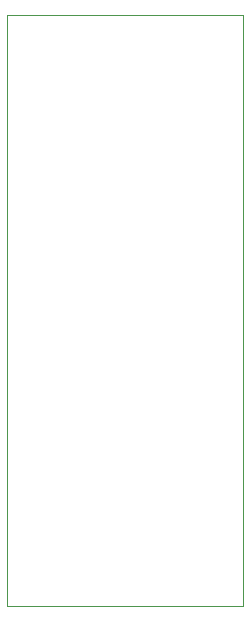
<source format=gbr>
%FSLAX36Y36*%
G04 Gerber Fmt 3.6, Leading zero omitted, Abs format (unit inch)*
G04 Created by KiCad (PCBNEW (2014-jul-16 BZR unknown)-product) date Sun 25 Jan 2015 06:12:40 PM PST*
%MOIN*%
G01*
G04 APERTURE LIST*
%ADD10C,0.003937*%
G04 APERTURE END LIST*
D10*
X3937008Y-3937008D02*
X3937008Y-1968504D01*
X4724409Y-3937008D02*
X3937008Y-3937008D01*
X4724409Y-1968504D02*
X4724409Y-3937008D01*
X3937008Y-1968504D02*
X4724409Y-1968504D01*
M02*

</source>
